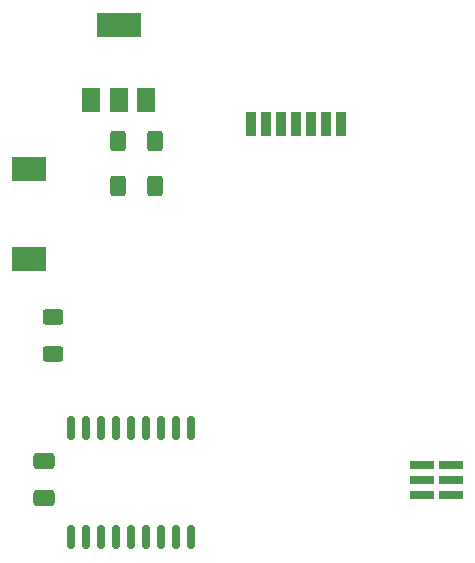
<source format=gbr>
%TF.GenerationSoftware,KiCad,Pcbnew,(6.0.5)*%
%TF.CreationDate,2023-01-02T12:27:37-06:00*%
%TF.ProjectId,remote,72656d6f-7465-42e6-9b69-6361645f7063,rev?*%
%TF.SameCoordinates,Original*%
%TF.FileFunction,Paste,Bot*%
%TF.FilePolarity,Positive*%
%FSLAX46Y46*%
G04 Gerber Fmt 4.6, Leading zero omitted, Abs format (unit mm)*
G04 Created by KiCad (PCBNEW (6.0.5)) date 2023-01-02 12:27:37*
%MOMM*%
%LPD*%
G01*
G04 APERTURE LIST*
G04 Aperture macros list*
%AMRoundRect*
0 Rectangle with rounded corners*
0 $1 Rounding radius*
0 $2 $3 $4 $5 $6 $7 $8 $9 X,Y pos of 4 corners*
0 Add a 4 corners polygon primitive as box body*
4,1,4,$2,$3,$4,$5,$6,$7,$8,$9,$2,$3,0*
0 Add four circle primitives for the rounded corners*
1,1,$1+$1,$2,$3*
1,1,$1+$1,$4,$5*
1,1,$1+$1,$6,$7*
1,1,$1+$1,$8,$9*
0 Add four rect primitives between the rounded corners*
20,1,$1+$1,$2,$3,$4,$5,0*
20,1,$1+$1,$4,$5,$6,$7,0*
20,1,$1+$1,$6,$7,$8,$9,0*
20,1,$1+$1,$8,$9,$2,$3,0*%
G04 Aperture macros list end*
%ADD10R,1.500000X2.000000*%
%ADD11R,3.800000X2.000000*%
%ADD12RoundRect,0.250000X-0.625000X0.400000X-0.625000X-0.400000X0.625000X-0.400000X0.625000X0.400000X0*%
%ADD13R,2.100000X0.750000*%
%ADD14RoundRect,0.250000X-0.650000X0.412500X-0.650000X-0.412500X0.650000X-0.412500X0.650000X0.412500X0*%
%ADD15R,3.000000X2.000000*%
%ADD16RoundRect,0.250000X-0.400000X-0.625000X0.400000X-0.625000X0.400000X0.625000X-0.400000X0.625000X0*%
%ADD17R,0.900000X2.000000*%
%ADD18RoundRect,0.150000X-0.150000X0.875000X-0.150000X-0.875000X0.150000X-0.875000X0.150000X0.875000X0*%
G04 APERTURE END LIST*
D10*
%TO.C,U1*%
X112790000Y-44298000D03*
X110490000Y-44298000D03*
D11*
X110490000Y-37998000D03*
D10*
X108190000Y-44298000D03*
%TD*%
D12*
%TO.C,R3*%
X104902000Y-62712000D03*
X104902000Y-65812000D03*
%TD*%
D13*
%TO.C,J5*%
X136194800Y-75184000D03*
X138633200Y-75184000D03*
X136194800Y-76454000D03*
X138633200Y-76454000D03*
X136194800Y-77724000D03*
X138633200Y-77724000D03*
%TD*%
D14*
%TO.C,C1*%
X104140000Y-74891500D03*
X104140000Y-78016500D03*
%TD*%
D15*
%TO.C,BZ1*%
X102906300Y-50190550D03*
X102918900Y-57774550D03*
%TD*%
D16*
%TO.C,R2*%
X110464000Y-51562000D03*
X113564000Y-51562000D03*
%TD*%
%TO.C,R1*%
X110464000Y-47752000D03*
X113564000Y-47752000D03*
%TD*%
D17*
%TO.C,J1*%
X129278000Y-46382000D03*
X128008000Y-46382000D03*
X126738000Y-46382000D03*
X125468000Y-46382000D03*
X124198000Y-46382000D03*
X122928000Y-46382000D03*
X121658000Y-46382000D03*
%TD*%
D18*
%TO.C,U2*%
X106426000Y-72058000D03*
X107696000Y-72058000D03*
X108966000Y-72058000D03*
X110236000Y-72058000D03*
X111506000Y-72058000D03*
X112776000Y-72058000D03*
X114046000Y-72058000D03*
X115316000Y-72058000D03*
X116586000Y-72058000D03*
X116586000Y-81358000D03*
X115316000Y-81358000D03*
X114046000Y-81358000D03*
X112776000Y-81358000D03*
X111506000Y-81358000D03*
X110236000Y-81358000D03*
X108966000Y-81358000D03*
X107696000Y-81358000D03*
X106426000Y-81358000D03*
%TD*%
M02*

</source>
